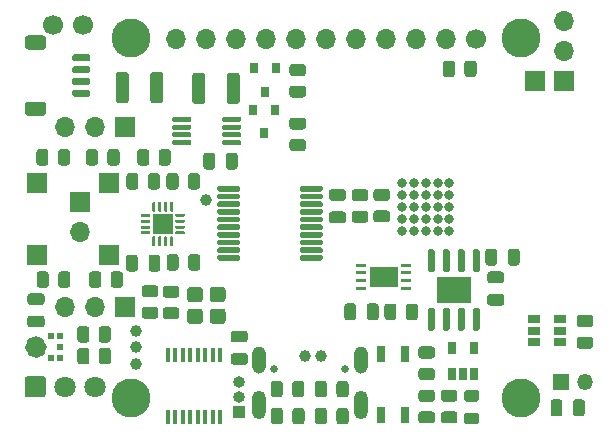
<source format=gts>
%TF.GenerationSoftware,KiCad,Pcbnew,5.1.10*%
%TF.CreationDate,2021-05-20T00:00:10+01:00*%
%TF.ProjectId,watch2-without-led-tab,77617463-6832-42d7-9769-74686f75742d,rev?*%
%TF.SameCoordinates,Original*%
%TF.FileFunction,Soldermask,Top*%
%TF.FilePolarity,Negative*%
%FSLAX46Y46*%
G04 Gerber Fmt 4.6, Leading zero omitted, Abs format (unit mm)*
G04 Created by KiCad (PCBNEW 5.1.10) date 2021-05-20 00:00:10*
%MOMM*%
%LPD*%
G01*
G04 APERTURE LIST*
%ADD10C,0.912000*%
%ADD11C,1.000000*%
%ADD12O,1.700000X1.700000*%
%ADD13R,1.700000X1.700000*%
%ADD14O,1.200000X2.400000*%
%ADD15O,1.158000X2.316000*%
%ADD16C,0.630000*%
%ADD17C,0.600000*%
%ADD18C,0.800000*%
%ADD19R,0.700000X1.450000*%
%ADD20R,2.400000X1.800000*%
%ADD21R,0.800000X0.900000*%
%ADD22C,3.301600*%
%ADD23R,1.350000X1.350000*%
%ADD24O,1.350000X1.350000*%
%ADD25R,1.000000X1.000000*%
%ADD26O,1.000000X1.000000*%
%ADD27C,1.700000*%
%ADD28R,1.800000X1.800000*%
%ADD29R,0.522000X0.600000*%
%ADD30R,0.400000X1.200000*%
%ADD31R,0.650000X1.060000*%
%ADD32R,1.060000X0.650000*%
%ADD33R,3.000000X2.290000*%
%ADD34C,1.800000*%
G04 APERTURE END LIST*
D10*
%TO.C,MK1*%
X129551500Y-113855500D02*
G75*
G03*
X129551500Y-113855500I-456000J0D01*
G01*
%TD*%
D11*
%TO.C,D+*%
X153263600Y-114604800D03*
%TD*%
%TO.C,D-*%
X151892000Y-114604800D03*
%TD*%
%TO.C,DOUT*%
X143459200Y-101371400D03*
%TD*%
%TO.C,BLK*%
X137591800Y-115265200D03*
%TD*%
%TO.C,LRC*%
X137591800Y-113868200D03*
%TD*%
%TO.C,DIN*%
X137591800Y-112471200D03*
%TD*%
D12*
%TO.C,Speaker*%
X132842000Y-104140000D03*
D13*
X132842000Y-101600000D03*
%TD*%
%TO.C,REF\u002A\u002A*%
X171323000Y-91313000D03*
%TD*%
%TO.C,REF\u002A\u002A*%
X173799500Y-91313000D03*
D12*
X173799500Y-88773000D03*
X173799500Y-86233000D03*
%TD*%
%TO.C,R31*%
G36*
G01*
X145237500Y-93023001D02*
X145237500Y-90872999D01*
G75*
G02*
X145487499Y-90623000I249999J0D01*
G01*
X146112501Y-90623000D01*
G75*
G02*
X146362500Y-90872999I0J-249999D01*
G01*
X146362500Y-93023001D01*
G75*
G02*
X146112501Y-93273000I-249999J0D01*
G01*
X145487499Y-93273000D01*
G75*
G02*
X145237500Y-93023001I0J249999D01*
G01*
G37*
G36*
G01*
X142312500Y-93023001D02*
X142312500Y-90872999D01*
G75*
G02*
X142562499Y-90623000I249999J0D01*
G01*
X143187501Y-90623000D01*
G75*
G02*
X143437500Y-90872999I0J-249999D01*
G01*
X143437500Y-93023001D01*
G75*
G02*
X143187501Y-93273000I-249999J0D01*
G01*
X142562499Y-93273000D01*
G75*
G02*
X142312500Y-93023001I0J249999D01*
G01*
G37*
%TD*%
%TO.C,R28*%
G36*
G01*
X138758500Y-92959501D02*
X138758500Y-90809499D01*
G75*
G02*
X139008499Y-90559500I249999J0D01*
G01*
X139633501Y-90559500D01*
G75*
G02*
X139883500Y-90809499I0J-249999D01*
G01*
X139883500Y-92959501D01*
G75*
G02*
X139633501Y-93209500I-249999J0D01*
G01*
X139008499Y-93209500D01*
G75*
G02*
X138758500Y-92959501I0J249999D01*
G01*
G37*
G36*
G01*
X135833500Y-92959501D02*
X135833500Y-90809499D01*
G75*
G02*
X136083499Y-90559500I249999J0D01*
G01*
X136708501Y-90559500D01*
G75*
G02*
X136958500Y-90809499I0J-249999D01*
G01*
X136958500Y-92959501D01*
G75*
G02*
X136708501Y-93209500I-249999J0D01*
G01*
X136083499Y-93209500D01*
G75*
G02*
X135833500Y-92959501I0J249999D01*
G01*
G37*
%TD*%
D14*
%TO.C,J1*%
X147953000Y-118797000D03*
X156593000Y-118797000D03*
D15*
X147953000Y-114972000D03*
X156593000Y-114972000D03*
D16*
X155273000Y-115697000D03*
X149273000Y-115697000D03*
D17*
X149273000Y-115697000D03*
%TD*%
%TO.C,R10*%
G36*
G01*
X164534001Y-118495500D02*
X163633999Y-118495500D01*
G75*
G02*
X163384000Y-118245501I0J249999D01*
G01*
X163384000Y-117720499D01*
G75*
G02*
X163633999Y-117470500I249999J0D01*
G01*
X164534001Y-117470500D01*
G75*
G02*
X164784000Y-117720499I0J-249999D01*
G01*
X164784000Y-118245501D01*
G75*
G02*
X164534001Y-118495500I-249999J0D01*
G01*
G37*
G36*
G01*
X164534001Y-120320500D02*
X163633999Y-120320500D01*
G75*
G02*
X163384000Y-120070501I0J249999D01*
G01*
X163384000Y-119545499D01*
G75*
G02*
X163633999Y-119295500I249999J0D01*
G01*
X164534001Y-119295500D01*
G75*
G02*
X164784000Y-119545499I0J-249999D01*
G01*
X164784000Y-120070501D01*
G75*
G02*
X164534001Y-120320500I-249999J0D01*
G01*
G37*
%TD*%
D18*
%TO.C,U7*%
X164106000Y-100000000D03*
X163106000Y-100000000D03*
X162106000Y-100000000D03*
X161106000Y-100000000D03*
X160106000Y-100000000D03*
X164106000Y-102000000D03*
X163106000Y-102000000D03*
X162106000Y-102000000D03*
X161106000Y-102000000D03*
X160106000Y-102000000D03*
X160106000Y-101000000D03*
X161106000Y-101000000D03*
X162106000Y-101000000D03*
X163106000Y-101000000D03*
X164106000Y-101000000D03*
X164106000Y-103000000D03*
X163106000Y-103000000D03*
X162106000Y-103000000D03*
X161106000Y-103000000D03*
X160106000Y-103000000D03*
X160106000Y-104000000D03*
X161106000Y-104000000D03*
X162106000Y-104000000D03*
X163106000Y-104000000D03*
X164106000Y-104000000D03*
%TD*%
D19*
%TO.C,SW2*%
X160321500Y-119610500D03*
X160321500Y-114450500D03*
X158321500Y-114450500D03*
X158321500Y-119610500D03*
%TD*%
%TO.C,U3*%
G36*
G01*
X160874500Y-108804500D02*
X160874500Y-108929500D01*
G75*
G02*
X160812000Y-108992000I-62500J0D01*
G01*
X160037000Y-108992000D01*
G75*
G02*
X159974500Y-108929500I0J62500D01*
G01*
X159974500Y-108804500D01*
G75*
G02*
X160037000Y-108742000I62500J0D01*
G01*
X160812000Y-108742000D01*
G75*
G02*
X160874500Y-108804500I0J-62500D01*
G01*
G37*
G36*
G01*
X160874500Y-108154500D02*
X160874500Y-108279500D01*
G75*
G02*
X160812000Y-108342000I-62500J0D01*
G01*
X160037000Y-108342000D01*
G75*
G02*
X159974500Y-108279500I0J62500D01*
G01*
X159974500Y-108154500D01*
G75*
G02*
X160037000Y-108092000I62500J0D01*
G01*
X160812000Y-108092000D01*
G75*
G02*
X160874500Y-108154500I0J-62500D01*
G01*
G37*
G36*
G01*
X160874500Y-107504500D02*
X160874500Y-107629500D01*
G75*
G02*
X160812000Y-107692000I-62500J0D01*
G01*
X160037000Y-107692000D01*
G75*
G02*
X159974500Y-107629500I0J62500D01*
G01*
X159974500Y-107504500D01*
G75*
G02*
X160037000Y-107442000I62500J0D01*
G01*
X160812000Y-107442000D01*
G75*
G02*
X160874500Y-107504500I0J-62500D01*
G01*
G37*
G36*
G01*
X160874500Y-106854500D02*
X160874500Y-106979500D01*
G75*
G02*
X160812000Y-107042000I-62500J0D01*
G01*
X160037000Y-107042000D01*
G75*
G02*
X159974500Y-106979500I0J62500D01*
G01*
X159974500Y-106854500D01*
G75*
G02*
X160037000Y-106792000I62500J0D01*
G01*
X160812000Y-106792000D01*
G75*
G02*
X160874500Y-106854500I0J-62500D01*
G01*
G37*
G36*
G01*
X157074500Y-106854500D02*
X157074500Y-106979500D01*
G75*
G02*
X157012000Y-107042000I-62500J0D01*
G01*
X156237000Y-107042000D01*
G75*
G02*
X156174500Y-106979500I0J62500D01*
G01*
X156174500Y-106854500D01*
G75*
G02*
X156237000Y-106792000I62500J0D01*
G01*
X157012000Y-106792000D01*
G75*
G02*
X157074500Y-106854500I0J-62500D01*
G01*
G37*
G36*
G01*
X157074500Y-107504500D02*
X157074500Y-107629500D01*
G75*
G02*
X157012000Y-107692000I-62500J0D01*
G01*
X156237000Y-107692000D01*
G75*
G02*
X156174500Y-107629500I0J62500D01*
G01*
X156174500Y-107504500D01*
G75*
G02*
X156237000Y-107442000I62500J0D01*
G01*
X157012000Y-107442000D01*
G75*
G02*
X157074500Y-107504500I0J-62500D01*
G01*
G37*
G36*
G01*
X157074500Y-108154500D02*
X157074500Y-108279500D01*
G75*
G02*
X157012000Y-108342000I-62500J0D01*
G01*
X156237000Y-108342000D01*
G75*
G02*
X156174500Y-108279500I0J62500D01*
G01*
X156174500Y-108154500D01*
G75*
G02*
X156237000Y-108092000I62500J0D01*
G01*
X157012000Y-108092000D01*
G75*
G02*
X157074500Y-108154500I0J-62500D01*
G01*
G37*
G36*
G01*
X157074500Y-108804500D02*
X157074500Y-108929500D01*
G75*
G02*
X157012000Y-108992000I-62500J0D01*
G01*
X156237000Y-108992000D01*
G75*
G02*
X156174500Y-108929500I0J62500D01*
G01*
X156174500Y-108804500D01*
G75*
G02*
X156237000Y-108742000I62500J0D01*
G01*
X157012000Y-108742000D01*
G75*
G02*
X157074500Y-108804500I0J-62500D01*
G01*
G37*
D20*
X158524500Y-107892000D03*
%TD*%
%TO.C,R15*%
G36*
G01*
X160420000Y-111321001D02*
X160420000Y-110420999D01*
G75*
G02*
X160669999Y-110171000I249999J0D01*
G01*
X161195001Y-110171000D01*
G75*
G02*
X161445000Y-110420999I0J-249999D01*
G01*
X161445000Y-111321001D01*
G75*
G02*
X161195001Y-111571000I-249999J0D01*
G01*
X160669999Y-111571000D01*
G75*
G02*
X160420000Y-111321001I0J249999D01*
G01*
G37*
G36*
G01*
X158595000Y-111321001D02*
X158595000Y-110420999D01*
G75*
G02*
X158844999Y-110171000I249999J0D01*
G01*
X159370001Y-110171000D01*
G75*
G02*
X159620000Y-110420999I0J-249999D01*
G01*
X159620000Y-111321001D01*
G75*
G02*
X159370001Y-111571000I-249999J0D01*
G01*
X158844999Y-111571000D01*
G75*
G02*
X158595000Y-111321001I0J249999D01*
G01*
G37*
%TD*%
%TO.C,C3*%
G36*
G01*
X156204500Y-110396000D02*
X156204500Y-111346000D01*
G75*
G02*
X155954500Y-111596000I-250000J0D01*
G01*
X155454500Y-111596000D01*
G75*
G02*
X155204500Y-111346000I0J250000D01*
G01*
X155204500Y-110396000D01*
G75*
G02*
X155454500Y-110146000I250000J0D01*
G01*
X155954500Y-110146000D01*
G75*
G02*
X156204500Y-110396000I0J-250000D01*
G01*
G37*
G36*
G01*
X158104500Y-110396000D02*
X158104500Y-111346000D01*
G75*
G02*
X157854500Y-111596000I-250000J0D01*
G01*
X157354500Y-111596000D01*
G75*
G02*
X157104500Y-111346000I0J250000D01*
G01*
X157104500Y-110396000D01*
G75*
G02*
X157354500Y-110146000I250000J0D01*
G01*
X157854500Y-110146000D01*
G75*
G02*
X158104500Y-110396000I0J-250000D01*
G01*
G37*
%TD*%
%TO.C,U10*%
G36*
G01*
X142256500Y-96435000D02*
X142256500Y-96635000D01*
G75*
G02*
X142156500Y-96735000I-100000J0D01*
G01*
X140731500Y-96735000D01*
G75*
G02*
X140631500Y-96635000I0J100000D01*
G01*
X140631500Y-96435000D01*
G75*
G02*
X140731500Y-96335000I100000J0D01*
G01*
X142156500Y-96335000D01*
G75*
G02*
X142256500Y-96435000I0J-100000D01*
G01*
G37*
G36*
G01*
X142256500Y-95785000D02*
X142256500Y-95985000D01*
G75*
G02*
X142156500Y-96085000I-100000J0D01*
G01*
X140731500Y-96085000D01*
G75*
G02*
X140631500Y-95985000I0J100000D01*
G01*
X140631500Y-95785000D01*
G75*
G02*
X140731500Y-95685000I100000J0D01*
G01*
X142156500Y-95685000D01*
G75*
G02*
X142256500Y-95785000I0J-100000D01*
G01*
G37*
G36*
G01*
X142256500Y-95135000D02*
X142256500Y-95335000D01*
G75*
G02*
X142156500Y-95435000I-100000J0D01*
G01*
X140731500Y-95435000D01*
G75*
G02*
X140631500Y-95335000I0J100000D01*
G01*
X140631500Y-95135000D01*
G75*
G02*
X140731500Y-95035000I100000J0D01*
G01*
X142156500Y-95035000D01*
G75*
G02*
X142256500Y-95135000I0J-100000D01*
G01*
G37*
G36*
G01*
X142256500Y-94485000D02*
X142256500Y-94685000D01*
G75*
G02*
X142156500Y-94785000I-100000J0D01*
G01*
X140731500Y-94785000D01*
G75*
G02*
X140631500Y-94685000I0J100000D01*
G01*
X140631500Y-94485000D01*
G75*
G02*
X140731500Y-94385000I100000J0D01*
G01*
X142156500Y-94385000D01*
G75*
G02*
X142256500Y-94485000I0J-100000D01*
G01*
G37*
G36*
G01*
X146481500Y-94485000D02*
X146481500Y-94685000D01*
G75*
G02*
X146381500Y-94785000I-100000J0D01*
G01*
X144956500Y-94785000D01*
G75*
G02*
X144856500Y-94685000I0J100000D01*
G01*
X144856500Y-94485000D01*
G75*
G02*
X144956500Y-94385000I100000J0D01*
G01*
X146381500Y-94385000D01*
G75*
G02*
X146481500Y-94485000I0J-100000D01*
G01*
G37*
G36*
G01*
X146481500Y-95135000D02*
X146481500Y-95335000D01*
G75*
G02*
X146381500Y-95435000I-100000J0D01*
G01*
X144956500Y-95435000D01*
G75*
G02*
X144856500Y-95335000I0J100000D01*
G01*
X144856500Y-95135000D01*
G75*
G02*
X144956500Y-95035000I100000J0D01*
G01*
X146381500Y-95035000D01*
G75*
G02*
X146481500Y-95135000I0J-100000D01*
G01*
G37*
G36*
G01*
X146481500Y-95785000D02*
X146481500Y-95985000D01*
G75*
G02*
X146381500Y-96085000I-100000J0D01*
G01*
X144956500Y-96085000D01*
G75*
G02*
X144856500Y-95985000I0J100000D01*
G01*
X144856500Y-95785000D01*
G75*
G02*
X144956500Y-95685000I100000J0D01*
G01*
X146381500Y-95685000D01*
G75*
G02*
X146481500Y-95785000I0J-100000D01*
G01*
G37*
G36*
G01*
X146481500Y-96435000D02*
X146481500Y-96635000D01*
G75*
G02*
X146381500Y-96735000I-100000J0D01*
G01*
X144956500Y-96735000D01*
G75*
G02*
X144856500Y-96635000I0J100000D01*
G01*
X144856500Y-96435000D01*
G75*
G02*
X144956500Y-96335000I100000J0D01*
G01*
X146381500Y-96335000D01*
G75*
G02*
X146481500Y-96435000I0J-100000D01*
G01*
G37*
%TD*%
%TO.C,C9*%
G36*
G01*
X144266500Y-97632500D02*
X144266500Y-98582500D01*
G75*
G02*
X144016500Y-98832500I-250000J0D01*
G01*
X143516500Y-98832500D01*
G75*
G02*
X143266500Y-98582500I0J250000D01*
G01*
X143266500Y-97632500D01*
G75*
G02*
X143516500Y-97382500I250000J0D01*
G01*
X144016500Y-97382500D01*
G75*
G02*
X144266500Y-97632500I0J-250000D01*
G01*
G37*
G36*
G01*
X146166500Y-97632500D02*
X146166500Y-98582500D01*
G75*
G02*
X145916500Y-98832500I-250000J0D01*
G01*
X145416500Y-98832500D01*
G75*
G02*
X145166500Y-98582500I0J250000D01*
G01*
X145166500Y-97632500D01*
G75*
G02*
X145416500Y-97382500I250000J0D01*
G01*
X145916500Y-97382500D01*
G75*
G02*
X146166500Y-97632500I0J-250000D01*
G01*
G37*
%TD*%
D21*
%TO.C,Q3*%
X148399500Y-95742000D03*
X147449500Y-93742000D03*
X149349500Y-93742000D03*
%TD*%
%TO.C,Q2*%
X149413000Y-90249500D03*
X147513000Y-90249500D03*
X148463000Y-92249500D03*
%TD*%
%TO.C,R32*%
G36*
G01*
X150806998Y-91713000D02*
X151707002Y-91713000D01*
G75*
G02*
X151957000Y-91962998I0J-249998D01*
G01*
X151957000Y-92488002D01*
G75*
G02*
X151707002Y-92738000I-249998J0D01*
G01*
X150806998Y-92738000D01*
G75*
G02*
X150557000Y-92488002I0J249998D01*
G01*
X150557000Y-91962998D01*
G75*
G02*
X150806998Y-91713000I249998J0D01*
G01*
G37*
G36*
G01*
X150806998Y-89888000D02*
X151707002Y-89888000D01*
G75*
G02*
X151957000Y-90137998I0J-249998D01*
G01*
X151957000Y-90663002D01*
G75*
G02*
X151707002Y-90913000I-249998J0D01*
G01*
X150806998Y-90913000D01*
G75*
G02*
X150557000Y-90663002I0J249998D01*
G01*
X150557000Y-90137998D01*
G75*
G02*
X150806998Y-89888000I249998J0D01*
G01*
G37*
%TD*%
D13*
%TO.C,J4*%
X136652000Y-95250000D03*
D12*
X134112000Y-95250000D03*
X131572000Y-95250000D03*
%TD*%
%TO.C,J2*%
G36*
G01*
X132312000Y-89068500D02*
X133562000Y-89068500D01*
G75*
G02*
X133712000Y-89218500I0J-150000D01*
G01*
X133712000Y-89518500D01*
G75*
G02*
X133562000Y-89668500I-150000J0D01*
G01*
X132312000Y-89668500D01*
G75*
G02*
X132162000Y-89518500I0J150000D01*
G01*
X132162000Y-89218500D01*
G75*
G02*
X132312000Y-89068500I150000J0D01*
G01*
G37*
G36*
G01*
X132312000Y-90068500D02*
X133562000Y-90068500D01*
G75*
G02*
X133712000Y-90218500I0J-150000D01*
G01*
X133712000Y-90518500D01*
G75*
G02*
X133562000Y-90668500I-150000J0D01*
G01*
X132312000Y-90668500D01*
G75*
G02*
X132162000Y-90518500I0J150000D01*
G01*
X132162000Y-90218500D01*
G75*
G02*
X132312000Y-90068500I150000J0D01*
G01*
G37*
G36*
G01*
X132312000Y-91068500D02*
X133562000Y-91068500D01*
G75*
G02*
X133712000Y-91218500I0J-150000D01*
G01*
X133712000Y-91518500D01*
G75*
G02*
X133562000Y-91668500I-150000J0D01*
G01*
X132312000Y-91668500D01*
G75*
G02*
X132162000Y-91518500I0J150000D01*
G01*
X132162000Y-91218500D01*
G75*
G02*
X132312000Y-91068500I150000J0D01*
G01*
G37*
G36*
G01*
X132312000Y-92068500D02*
X133562000Y-92068500D01*
G75*
G02*
X133712000Y-92218500I0J-150000D01*
G01*
X133712000Y-92518500D01*
G75*
G02*
X133562000Y-92668500I-150000J0D01*
G01*
X132312000Y-92668500D01*
G75*
G02*
X132162000Y-92518500I0J150000D01*
G01*
X132162000Y-92218500D01*
G75*
G02*
X132312000Y-92068500I150000J0D01*
G01*
G37*
G36*
G01*
X128411999Y-87468500D02*
X129712001Y-87468500D01*
G75*
G02*
X129962000Y-87718499I0J-249999D01*
G01*
X129962000Y-88418501D01*
G75*
G02*
X129712001Y-88668500I-249999J0D01*
G01*
X128411999Y-88668500D01*
G75*
G02*
X128162000Y-88418501I0J249999D01*
G01*
X128162000Y-87718499D01*
G75*
G02*
X128411999Y-87468500I249999J0D01*
G01*
G37*
G36*
G01*
X128411999Y-93068500D02*
X129712001Y-93068500D01*
G75*
G02*
X129962000Y-93318499I0J-249999D01*
G01*
X129962000Y-94018501D01*
G75*
G02*
X129712001Y-94268500I-249999J0D01*
G01*
X128411999Y-94268500D01*
G75*
G02*
X128162000Y-94018501I0J249999D01*
G01*
X128162000Y-93318499D01*
G75*
G02*
X128411999Y-93068500I249999J0D01*
G01*
G37*
%TD*%
%TO.C,U6*%
G36*
G01*
X146357500Y-106178000D02*
X146357500Y-106428000D01*
G75*
G02*
X146232500Y-106553000I-125000J0D01*
G01*
X144582500Y-106553000D01*
G75*
G02*
X144457500Y-106428000I0J125000D01*
G01*
X144457500Y-106178000D01*
G75*
G02*
X144582500Y-106053000I125000J0D01*
G01*
X146232500Y-106053000D01*
G75*
G02*
X146357500Y-106178000I0J-125000D01*
G01*
G37*
G36*
G01*
X146357500Y-105528000D02*
X146357500Y-105778000D01*
G75*
G02*
X146232500Y-105903000I-125000J0D01*
G01*
X144582500Y-105903000D01*
G75*
G02*
X144457500Y-105778000I0J125000D01*
G01*
X144457500Y-105528000D01*
G75*
G02*
X144582500Y-105403000I125000J0D01*
G01*
X146232500Y-105403000D01*
G75*
G02*
X146357500Y-105528000I0J-125000D01*
G01*
G37*
G36*
G01*
X146357500Y-104878000D02*
X146357500Y-105128000D01*
G75*
G02*
X146232500Y-105253000I-125000J0D01*
G01*
X144582500Y-105253000D01*
G75*
G02*
X144457500Y-105128000I0J125000D01*
G01*
X144457500Y-104878000D01*
G75*
G02*
X144582500Y-104753000I125000J0D01*
G01*
X146232500Y-104753000D01*
G75*
G02*
X146357500Y-104878000I0J-125000D01*
G01*
G37*
G36*
G01*
X146357500Y-104228000D02*
X146357500Y-104478000D01*
G75*
G02*
X146232500Y-104603000I-125000J0D01*
G01*
X144582500Y-104603000D01*
G75*
G02*
X144457500Y-104478000I0J125000D01*
G01*
X144457500Y-104228000D01*
G75*
G02*
X144582500Y-104103000I125000J0D01*
G01*
X146232500Y-104103000D01*
G75*
G02*
X146357500Y-104228000I0J-125000D01*
G01*
G37*
G36*
G01*
X146357500Y-103578000D02*
X146357500Y-103828000D01*
G75*
G02*
X146232500Y-103953000I-125000J0D01*
G01*
X144582500Y-103953000D01*
G75*
G02*
X144457500Y-103828000I0J125000D01*
G01*
X144457500Y-103578000D01*
G75*
G02*
X144582500Y-103453000I125000J0D01*
G01*
X146232500Y-103453000D01*
G75*
G02*
X146357500Y-103578000I0J-125000D01*
G01*
G37*
G36*
G01*
X146357500Y-102928000D02*
X146357500Y-103178000D01*
G75*
G02*
X146232500Y-103303000I-125000J0D01*
G01*
X144582500Y-103303000D01*
G75*
G02*
X144457500Y-103178000I0J125000D01*
G01*
X144457500Y-102928000D01*
G75*
G02*
X144582500Y-102803000I125000J0D01*
G01*
X146232500Y-102803000D01*
G75*
G02*
X146357500Y-102928000I0J-125000D01*
G01*
G37*
G36*
G01*
X146357500Y-102278000D02*
X146357500Y-102528000D01*
G75*
G02*
X146232500Y-102653000I-125000J0D01*
G01*
X144582500Y-102653000D01*
G75*
G02*
X144457500Y-102528000I0J125000D01*
G01*
X144457500Y-102278000D01*
G75*
G02*
X144582500Y-102153000I125000J0D01*
G01*
X146232500Y-102153000D01*
G75*
G02*
X146357500Y-102278000I0J-125000D01*
G01*
G37*
G36*
G01*
X146357500Y-101628000D02*
X146357500Y-101878000D01*
G75*
G02*
X146232500Y-102003000I-125000J0D01*
G01*
X144582500Y-102003000D01*
G75*
G02*
X144457500Y-101878000I0J125000D01*
G01*
X144457500Y-101628000D01*
G75*
G02*
X144582500Y-101503000I125000J0D01*
G01*
X146232500Y-101503000D01*
G75*
G02*
X146357500Y-101628000I0J-125000D01*
G01*
G37*
G36*
G01*
X146357500Y-100978000D02*
X146357500Y-101228000D01*
G75*
G02*
X146232500Y-101353000I-125000J0D01*
G01*
X144582500Y-101353000D01*
G75*
G02*
X144457500Y-101228000I0J125000D01*
G01*
X144457500Y-100978000D01*
G75*
G02*
X144582500Y-100853000I125000J0D01*
G01*
X146232500Y-100853000D01*
G75*
G02*
X146357500Y-100978000I0J-125000D01*
G01*
G37*
G36*
G01*
X146357500Y-100328000D02*
X146357500Y-100578000D01*
G75*
G02*
X146232500Y-100703000I-125000J0D01*
G01*
X144582500Y-100703000D01*
G75*
G02*
X144457500Y-100578000I0J125000D01*
G01*
X144457500Y-100328000D01*
G75*
G02*
X144582500Y-100203000I125000J0D01*
G01*
X146232500Y-100203000D01*
G75*
G02*
X146357500Y-100328000I0J-125000D01*
G01*
G37*
G36*
G01*
X153357500Y-100328000D02*
X153357500Y-100578000D01*
G75*
G02*
X153232500Y-100703000I-125000J0D01*
G01*
X151582500Y-100703000D01*
G75*
G02*
X151457500Y-100578000I0J125000D01*
G01*
X151457500Y-100328000D01*
G75*
G02*
X151582500Y-100203000I125000J0D01*
G01*
X153232500Y-100203000D01*
G75*
G02*
X153357500Y-100328000I0J-125000D01*
G01*
G37*
G36*
G01*
X153357500Y-100978000D02*
X153357500Y-101228000D01*
G75*
G02*
X153232500Y-101353000I-125000J0D01*
G01*
X151582500Y-101353000D01*
G75*
G02*
X151457500Y-101228000I0J125000D01*
G01*
X151457500Y-100978000D01*
G75*
G02*
X151582500Y-100853000I125000J0D01*
G01*
X153232500Y-100853000D01*
G75*
G02*
X153357500Y-100978000I0J-125000D01*
G01*
G37*
G36*
G01*
X153357500Y-101628000D02*
X153357500Y-101878000D01*
G75*
G02*
X153232500Y-102003000I-125000J0D01*
G01*
X151582500Y-102003000D01*
G75*
G02*
X151457500Y-101878000I0J125000D01*
G01*
X151457500Y-101628000D01*
G75*
G02*
X151582500Y-101503000I125000J0D01*
G01*
X153232500Y-101503000D01*
G75*
G02*
X153357500Y-101628000I0J-125000D01*
G01*
G37*
G36*
G01*
X153357500Y-102278000D02*
X153357500Y-102528000D01*
G75*
G02*
X153232500Y-102653000I-125000J0D01*
G01*
X151582500Y-102653000D01*
G75*
G02*
X151457500Y-102528000I0J125000D01*
G01*
X151457500Y-102278000D01*
G75*
G02*
X151582500Y-102153000I125000J0D01*
G01*
X153232500Y-102153000D01*
G75*
G02*
X153357500Y-102278000I0J-125000D01*
G01*
G37*
G36*
G01*
X153357500Y-102928000D02*
X153357500Y-103178000D01*
G75*
G02*
X153232500Y-103303000I-125000J0D01*
G01*
X151582500Y-103303000D01*
G75*
G02*
X151457500Y-103178000I0J125000D01*
G01*
X151457500Y-102928000D01*
G75*
G02*
X151582500Y-102803000I125000J0D01*
G01*
X153232500Y-102803000D01*
G75*
G02*
X153357500Y-102928000I0J-125000D01*
G01*
G37*
G36*
G01*
X153357500Y-103578000D02*
X153357500Y-103828000D01*
G75*
G02*
X153232500Y-103953000I-125000J0D01*
G01*
X151582500Y-103953000D01*
G75*
G02*
X151457500Y-103828000I0J125000D01*
G01*
X151457500Y-103578000D01*
G75*
G02*
X151582500Y-103453000I125000J0D01*
G01*
X153232500Y-103453000D01*
G75*
G02*
X153357500Y-103578000I0J-125000D01*
G01*
G37*
G36*
G01*
X153357500Y-104228000D02*
X153357500Y-104478000D01*
G75*
G02*
X153232500Y-104603000I-125000J0D01*
G01*
X151582500Y-104603000D01*
G75*
G02*
X151457500Y-104478000I0J125000D01*
G01*
X151457500Y-104228000D01*
G75*
G02*
X151582500Y-104103000I125000J0D01*
G01*
X153232500Y-104103000D01*
G75*
G02*
X153357500Y-104228000I0J-125000D01*
G01*
G37*
G36*
G01*
X153357500Y-104878000D02*
X153357500Y-105128000D01*
G75*
G02*
X153232500Y-105253000I-125000J0D01*
G01*
X151582500Y-105253000D01*
G75*
G02*
X151457500Y-105128000I0J125000D01*
G01*
X151457500Y-104878000D01*
G75*
G02*
X151582500Y-104753000I125000J0D01*
G01*
X153232500Y-104753000D01*
G75*
G02*
X153357500Y-104878000I0J-125000D01*
G01*
G37*
G36*
G01*
X153357500Y-105528000D02*
X153357500Y-105778000D01*
G75*
G02*
X153232500Y-105903000I-125000J0D01*
G01*
X151582500Y-105903000D01*
G75*
G02*
X151457500Y-105778000I0J125000D01*
G01*
X151457500Y-105528000D01*
G75*
G02*
X151582500Y-105403000I125000J0D01*
G01*
X153232500Y-105403000D01*
G75*
G02*
X153357500Y-105528000I0J-125000D01*
G01*
G37*
G36*
G01*
X153357500Y-106178000D02*
X153357500Y-106428000D01*
G75*
G02*
X153232500Y-106553000I-125000J0D01*
G01*
X151582500Y-106553000D01*
G75*
G02*
X151457500Y-106428000I0J125000D01*
G01*
X151457500Y-106178000D01*
G75*
G02*
X151582500Y-106053000I125000J0D01*
G01*
X153232500Y-106053000D01*
G75*
G02*
X153357500Y-106178000I0J-125000D01*
G01*
G37*
%TD*%
D22*
%TO.C,U$7*%
X137134600Y-118198900D03*
%TD*%
%TO.C,U$8*%
X170154600Y-118198900D03*
%TD*%
%TO.C,U$9*%
X137134600Y-87718900D03*
%TD*%
%TO.C,U$10*%
X170154600Y-87718900D03*
%TD*%
D23*
%TO.C,BT1*%
X173577500Y-116840000D03*
D24*
X175577500Y-116840000D03*
%TD*%
%TO.C,C1*%
G36*
G01*
X145829000Y-112466500D02*
X146779000Y-112466500D01*
G75*
G02*
X147029000Y-112716500I0J-250000D01*
G01*
X147029000Y-113216500D01*
G75*
G02*
X146779000Y-113466500I-250000J0D01*
G01*
X145829000Y-113466500D01*
G75*
G02*
X145579000Y-113216500I0J250000D01*
G01*
X145579000Y-112716500D01*
G75*
G02*
X145829000Y-112466500I250000J0D01*
G01*
G37*
G36*
G01*
X145829000Y-114366500D02*
X146779000Y-114366500D01*
G75*
G02*
X147029000Y-114616500I0J-250000D01*
G01*
X147029000Y-115116500D01*
G75*
G02*
X146779000Y-115366500I-250000J0D01*
G01*
X145829000Y-115366500D01*
G75*
G02*
X145579000Y-115116500I0J250000D01*
G01*
X145579000Y-114616500D01*
G75*
G02*
X145829000Y-114366500I250000J0D01*
G01*
G37*
%TD*%
%TO.C,C2*%
G36*
G01*
X174567000Y-119474000D02*
X174567000Y-118524000D01*
G75*
G02*
X174817000Y-118274000I250000J0D01*
G01*
X175317000Y-118274000D01*
G75*
G02*
X175567000Y-118524000I0J-250000D01*
G01*
X175567000Y-119474000D01*
G75*
G02*
X175317000Y-119724000I-250000J0D01*
G01*
X174817000Y-119724000D01*
G75*
G02*
X174567000Y-119474000I0J250000D01*
G01*
G37*
G36*
G01*
X172667000Y-119474000D02*
X172667000Y-118524000D01*
G75*
G02*
X172917000Y-118274000I250000J0D01*
G01*
X173417000Y-118274000D01*
G75*
G02*
X173667000Y-118524000I0J-250000D01*
G01*
X173667000Y-119474000D01*
G75*
G02*
X173417000Y-119724000I-250000J0D01*
G01*
X172917000Y-119724000D01*
G75*
G02*
X172667000Y-119474000I0J250000D01*
G01*
G37*
%TD*%
%TO.C,C4*%
G36*
G01*
X167546000Y-107450000D02*
X168496000Y-107450000D01*
G75*
G02*
X168746000Y-107700000I0J-250000D01*
G01*
X168746000Y-108200000D01*
G75*
G02*
X168496000Y-108450000I-250000J0D01*
G01*
X167546000Y-108450000D01*
G75*
G02*
X167296000Y-108200000I0J250000D01*
G01*
X167296000Y-107700000D01*
G75*
G02*
X167546000Y-107450000I250000J0D01*
G01*
G37*
G36*
G01*
X167546000Y-109350000D02*
X168496000Y-109350000D01*
G75*
G02*
X168746000Y-109600000I0J-250000D01*
G01*
X168746000Y-110100000D01*
G75*
G02*
X168496000Y-110350000I-250000J0D01*
G01*
X167546000Y-110350000D01*
G75*
G02*
X167296000Y-110100000I0J250000D01*
G01*
X167296000Y-109600000D01*
G75*
G02*
X167546000Y-109350000I250000J0D01*
G01*
G37*
%TD*%
%TO.C,C5*%
G36*
G01*
X155097500Y-103367500D02*
X154147500Y-103367500D01*
G75*
G02*
X153897500Y-103117500I0J250000D01*
G01*
X153897500Y-102617500D01*
G75*
G02*
X154147500Y-102367500I250000J0D01*
G01*
X155097500Y-102367500D01*
G75*
G02*
X155347500Y-102617500I0J-250000D01*
G01*
X155347500Y-103117500D01*
G75*
G02*
X155097500Y-103367500I-250000J0D01*
G01*
G37*
G36*
G01*
X155097500Y-101467500D02*
X154147500Y-101467500D01*
G75*
G02*
X153897500Y-101217500I0J250000D01*
G01*
X153897500Y-100717500D01*
G75*
G02*
X154147500Y-100467500I250000J0D01*
G01*
X155097500Y-100467500D01*
G75*
G02*
X155347500Y-100717500I0J-250000D01*
G01*
X155347500Y-101217500D01*
G75*
G02*
X155097500Y-101467500I-250000J0D01*
G01*
G37*
%TD*%
%TO.C,C6*%
G36*
G01*
X169045000Y-106710500D02*
X169045000Y-105760500D01*
G75*
G02*
X169295000Y-105510500I250000J0D01*
G01*
X169795000Y-105510500D01*
G75*
G02*
X170045000Y-105760500I0J-250000D01*
G01*
X170045000Y-106710500D01*
G75*
G02*
X169795000Y-106960500I-250000J0D01*
G01*
X169295000Y-106960500D01*
G75*
G02*
X169045000Y-106710500I0J250000D01*
G01*
G37*
G36*
G01*
X167145000Y-106710500D02*
X167145000Y-105760500D01*
G75*
G02*
X167395000Y-105510500I250000J0D01*
G01*
X167895000Y-105510500D01*
G75*
G02*
X168145000Y-105760500I0J-250000D01*
G01*
X168145000Y-106710500D01*
G75*
G02*
X167895000Y-106960500I-250000J0D01*
G01*
X167395000Y-106960500D01*
G75*
G02*
X167145000Y-106710500I0J250000D01*
G01*
G37*
%TD*%
%TO.C,C7*%
G36*
G01*
X138623500Y-107218500D02*
X138623500Y-106268500D01*
G75*
G02*
X138873500Y-106018500I250000J0D01*
G01*
X139373500Y-106018500D01*
G75*
G02*
X139623500Y-106268500I0J-250000D01*
G01*
X139623500Y-107218500D01*
G75*
G02*
X139373500Y-107468500I-250000J0D01*
G01*
X138873500Y-107468500D01*
G75*
G02*
X138623500Y-107218500I0J250000D01*
G01*
G37*
G36*
G01*
X136723500Y-107218500D02*
X136723500Y-106268500D01*
G75*
G02*
X136973500Y-106018500I250000J0D01*
G01*
X137473500Y-106018500D01*
G75*
G02*
X137723500Y-106268500I0J-250000D01*
G01*
X137723500Y-107218500D01*
G75*
G02*
X137473500Y-107468500I-250000J0D01*
G01*
X136973500Y-107468500D01*
G75*
G02*
X136723500Y-107218500I0J250000D01*
G01*
G37*
%TD*%
%TO.C,C8*%
G36*
G01*
X129570500Y-112196500D02*
X128620500Y-112196500D01*
G75*
G02*
X128370500Y-111946500I0J250000D01*
G01*
X128370500Y-111446500D01*
G75*
G02*
X128620500Y-111196500I250000J0D01*
G01*
X129570500Y-111196500D01*
G75*
G02*
X129820500Y-111446500I0J-250000D01*
G01*
X129820500Y-111946500D01*
G75*
G02*
X129570500Y-112196500I-250000J0D01*
G01*
G37*
G36*
G01*
X129570500Y-110296500D02*
X128620500Y-110296500D01*
G75*
G02*
X128370500Y-110046500I0J250000D01*
G01*
X128370500Y-109546500D01*
G75*
G02*
X128620500Y-109296500I250000J0D01*
G01*
X129570500Y-109296500D01*
G75*
G02*
X129820500Y-109546500I0J-250000D01*
G01*
X129820500Y-110046500D01*
G75*
G02*
X129570500Y-110296500I-250000J0D01*
G01*
G37*
%TD*%
%TO.C,D1*%
G36*
G01*
X165531000Y-119408000D02*
X166447000Y-119408000D01*
G75*
G02*
X166639000Y-119600000I0J-192000D01*
G01*
X166639000Y-120216000D01*
G75*
G02*
X166447000Y-120408000I-192000J0D01*
G01*
X165531000Y-120408000D01*
G75*
G02*
X165339000Y-120216000I0J192000D01*
G01*
X165339000Y-119600000D01*
G75*
G02*
X165531000Y-119408000I192000J0D01*
G01*
G37*
G36*
G01*
X165531000Y-117483000D02*
X166447000Y-117483000D01*
G75*
G02*
X166639000Y-117675000I0J-192000D01*
G01*
X166639000Y-118291000D01*
G75*
G02*
X166447000Y-118483000I-192000J0D01*
G01*
X165531000Y-118483000D01*
G75*
G02*
X165339000Y-118291000I0J192000D01*
G01*
X165339000Y-117675000D01*
G75*
G02*
X165531000Y-117483000I192000J0D01*
G01*
G37*
%TD*%
%TO.C,D2*%
G36*
G01*
X141895000Y-109810501D02*
X141895000Y-109010499D01*
G75*
G02*
X142144999Y-108760500I249999J0D01*
G01*
X142970001Y-108760500D01*
G75*
G02*
X143220000Y-109010499I0J-249999D01*
G01*
X143220000Y-109810501D01*
G75*
G02*
X142970001Y-110060500I-249999J0D01*
G01*
X142144999Y-110060500D01*
G75*
G02*
X141895000Y-109810501I0J249999D01*
G01*
G37*
G36*
G01*
X143820000Y-109810501D02*
X143820000Y-109010499D01*
G75*
G02*
X144069999Y-108760500I249999J0D01*
G01*
X144895001Y-108760500D01*
G75*
G02*
X145145000Y-109010499I0J-249999D01*
G01*
X145145000Y-109810501D01*
G75*
G02*
X144895001Y-110060500I-249999J0D01*
G01*
X144069999Y-110060500D01*
G75*
G02*
X143820000Y-109810501I0J249999D01*
G01*
G37*
%TD*%
%TO.C,D3*%
G36*
G01*
X141895000Y-111652001D02*
X141895000Y-110851999D01*
G75*
G02*
X142144999Y-110602000I249999J0D01*
G01*
X142970001Y-110602000D01*
G75*
G02*
X143220000Y-110851999I0J-249999D01*
G01*
X143220000Y-111652001D01*
G75*
G02*
X142970001Y-111902000I-249999J0D01*
G01*
X142144999Y-111902000D01*
G75*
G02*
X141895000Y-111652001I0J249999D01*
G01*
G37*
G36*
G01*
X143820000Y-111652001D02*
X143820000Y-110851999D01*
G75*
G02*
X144069999Y-110602000I249999J0D01*
G01*
X144895001Y-110602000D01*
G75*
G02*
X145145000Y-110851999I0J-249999D01*
G01*
X145145000Y-111652001D01*
G75*
G02*
X144895001Y-111902000I-249999J0D01*
G01*
X144069999Y-111902000D01*
G75*
G02*
X143820000Y-111652001I0J249999D01*
G01*
G37*
%TD*%
D25*
%TO.C,J3*%
X146304000Y-119380000D03*
D26*
X146304000Y-118110000D03*
X146304000Y-116840000D03*
%TD*%
D12*
%TO.C,J5*%
X131572000Y-110490000D03*
X134112000Y-110490000D03*
D13*
X136652000Y-110490000D03*
%TD*%
D27*
%TO.C,J6*%
X166370000Y-87757000D03*
D12*
X163830000Y-87757000D03*
X161290000Y-87757000D03*
X158750000Y-87757000D03*
X156210000Y-87757000D03*
X153670000Y-87757000D03*
X151130000Y-87757000D03*
X148590000Y-87757000D03*
X146050000Y-87757000D03*
X143510000Y-87757000D03*
X140970000Y-87757000D03*
%TD*%
D27*
%TO.C,J7*%
X130556000Y-86550500D03*
X133096000Y-86550500D03*
%TD*%
D28*
%TO.C,LS1*%
X135309000Y-99922000D03*
X129159000Y-99922000D03*
X129159000Y-106072000D03*
X135309000Y-106072000D03*
%TD*%
D18*
%TO.C,MK1*%
X129095500Y-113855500D03*
D29*
X130347500Y-114755500D03*
X131169500Y-114755500D03*
X131169500Y-113855500D03*
X131169500Y-112955500D03*
X130347500Y-112955500D03*
%TD*%
%TO.C,R1*%
G36*
G01*
X164573000Y-89846998D02*
X164573000Y-90747002D01*
G75*
G02*
X164323002Y-90997000I-249998J0D01*
G01*
X163797998Y-90997000D01*
G75*
G02*
X163548000Y-90747002I0J249998D01*
G01*
X163548000Y-89846998D01*
G75*
G02*
X163797998Y-89597000I249998J0D01*
G01*
X164323002Y-89597000D01*
G75*
G02*
X164573000Y-89846998I0J-249998D01*
G01*
G37*
G36*
G01*
X166398000Y-89846998D02*
X166398000Y-90747002D01*
G75*
G02*
X166148002Y-90997000I-249998J0D01*
G01*
X165622998Y-90997000D01*
G75*
G02*
X165373000Y-90747002I0J249998D01*
G01*
X165373000Y-89846998D01*
G75*
G02*
X165622998Y-89597000I249998J0D01*
G01*
X166148002Y-89597000D01*
G75*
G02*
X166398000Y-89846998I0J-249998D01*
G01*
G37*
%TD*%
%TO.C,R2*%
G36*
G01*
X156077498Y-100492500D02*
X156977502Y-100492500D01*
G75*
G02*
X157227500Y-100742498I0J-249998D01*
G01*
X157227500Y-101267502D01*
G75*
G02*
X156977502Y-101517500I-249998J0D01*
G01*
X156077498Y-101517500D01*
G75*
G02*
X155827500Y-101267502I0J249998D01*
G01*
X155827500Y-100742498D01*
G75*
G02*
X156077498Y-100492500I249998J0D01*
G01*
G37*
G36*
G01*
X156077498Y-102317500D02*
X156977502Y-102317500D01*
G75*
G02*
X157227500Y-102567498I0J-249998D01*
G01*
X157227500Y-103092502D01*
G75*
G02*
X156977502Y-103342500I-249998J0D01*
G01*
X156077498Y-103342500D01*
G75*
G02*
X155827500Y-103092502I0J249998D01*
G01*
X155827500Y-102567498D01*
G75*
G02*
X156077498Y-102317500I249998J0D01*
G01*
G37*
%TD*%
%TO.C,R3*%
G36*
G01*
X157918998Y-102277500D02*
X158819002Y-102277500D01*
G75*
G02*
X159069000Y-102527498I0J-249998D01*
G01*
X159069000Y-103052502D01*
G75*
G02*
X158819002Y-103302500I-249998J0D01*
G01*
X157918998Y-103302500D01*
G75*
G02*
X157669000Y-103052502I0J249998D01*
G01*
X157669000Y-102527498D01*
G75*
G02*
X157918998Y-102277500I249998J0D01*
G01*
G37*
G36*
G01*
X157918998Y-100452500D02*
X158819002Y-100452500D01*
G75*
G02*
X159069000Y-100702498I0J-249998D01*
G01*
X159069000Y-101227502D01*
G75*
G02*
X158819002Y-101477500I-249998J0D01*
G01*
X157918998Y-101477500D01*
G75*
G02*
X157669000Y-101227502I0J249998D01*
G01*
X157669000Y-100702498D01*
G75*
G02*
X157918998Y-100452500I249998J0D01*
G01*
G37*
%TD*%
%TO.C,R4*%
G36*
G01*
X150791500Y-117861502D02*
X150791500Y-116961498D01*
G75*
G02*
X151041498Y-116711500I249998J0D01*
G01*
X151566502Y-116711500D01*
G75*
G02*
X151816500Y-116961498I0J-249998D01*
G01*
X151816500Y-117861502D01*
G75*
G02*
X151566502Y-118111500I-249998J0D01*
G01*
X151041498Y-118111500D01*
G75*
G02*
X150791500Y-117861502I0J249998D01*
G01*
G37*
G36*
G01*
X148966500Y-117861502D02*
X148966500Y-116961498D01*
G75*
G02*
X149216498Y-116711500I249998J0D01*
G01*
X149741502Y-116711500D01*
G75*
G02*
X149991500Y-116961498I0J-249998D01*
G01*
X149991500Y-117861502D01*
G75*
G02*
X149741502Y-118111500I-249998J0D01*
G01*
X149216498Y-118111500D01*
G75*
G02*
X148966500Y-117861502I0J249998D01*
G01*
G37*
%TD*%
%TO.C,R5*%
G36*
G01*
X148983000Y-120147502D02*
X148983000Y-119247498D01*
G75*
G02*
X149232998Y-118997500I249998J0D01*
G01*
X149758002Y-118997500D01*
G75*
G02*
X150008000Y-119247498I0J-249998D01*
G01*
X150008000Y-120147502D01*
G75*
G02*
X149758002Y-120397500I-249998J0D01*
G01*
X149232998Y-120397500D01*
G75*
G02*
X148983000Y-120147502I0J249998D01*
G01*
G37*
G36*
G01*
X150808000Y-120147502D02*
X150808000Y-119247498D01*
G75*
G02*
X151057998Y-118997500I249998J0D01*
G01*
X151583002Y-118997500D01*
G75*
G02*
X151833000Y-119247498I0J-249998D01*
G01*
X151833000Y-120147502D01*
G75*
G02*
X151583002Y-120397500I-249998J0D01*
G01*
X151057998Y-120397500D01*
G75*
G02*
X150808000Y-120147502I0J249998D01*
G01*
G37*
%TD*%
%TO.C,R6*%
G36*
G01*
X161728998Y-117470500D02*
X162629002Y-117470500D01*
G75*
G02*
X162879000Y-117720498I0J-249998D01*
G01*
X162879000Y-118245502D01*
G75*
G02*
X162629002Y-118495500I-249998J0D01*
G01*
X161728998Y-118495500D01*
G75*
G02*
X161479000Y-118245502I0J249998D01*
G01*
X161479000Y-117720498D01*
G75*
G02*
X161728998Y-117470500I249998J0D01*
G01*
G37*
G36*
G01*
X161728998Y-119295500D02*
X162629002Y-119295500D01*
G75*
G02*
X162879000Y-119545498I0J-249998D01*
G01*
X162879000Y-120070502D01*
G75*
G02*
X162629002Y-120320500I-249998J0D01*
G01*
X161728998Y-120320500D01*
G75*
G02*
X161479000Y-120070502I0J249998D01*
G01*
X161479000Y-119545498D01*
G75*
G02*
X161728998Y-119295500I249998J0D01*
G01*
G37*
%TD*%
%TO.C,R7*%
G36*
G01*
X153738000Y-116961498D02*
X153738000Y-117861502D01*
G75*
G02*
X153488002Y-118111500I-249998J0D01*
G01*
X152962998Y-118111500D01*
G75*
G02*
X152713000Y-117861502I0J249998D01*
G01*
X152713000Y-116961498D01*
G75*
G02*
X152962998Y-116711500I249998J0D01*
G01*
X153488002Y-116711500D01*
G75*
G02*
X153738000Y-116961498I0J-249998D01*
G01*
G37*
G36*
G01*
X155563000Y-116961498D02*
X155563000Y-117861502D01*
G75*
G02*
X155313002Y-118111500I-249998J0D01*
G01*
X154787998Y-118111500D01*
G75*
G02*
X154538000Y-117861502I0J249998D01*
G01*
X154538000Y-116961498D01*
G75*
G02*
X154787998Y-116711500I249998J0D01*
G01*
X155313002Y-116711500D01*
G75*
G02*
X155563000Y-116961498I0J-249998D01*
G01*
G37*
%TD*%
%TO.C,R8*%
G36*
G01*
X153738000Y-119247498D02*
X153738000Y-120147502D01*
G75*
G02*
X153488002Y-120397500I-249998J0D01*
G01*
X152962998Y-120397500D01*
G75*
G02*
X152713000Y-120147502I0J249998D01*
G01*
X152713000Y-119247498D01*
G75*
G02*
X152962998Y-118997500I249998J0D01*
G01*
X153488002Y-118997500D01*
G75*
G02*
X153738000Y-119247498I0J-249998D01*
G01*
G37*
G36*
G01*
X155563000Y-119247498D02*
X155563000Y-120147502D01*
G75*
G02*
X155313002Y-120397500I-249998J0D01*
G01*
X154787998Y-120397500D01*
G75*
G02*
X154538000Y-120147502I0J249998D01*
G01*
X154538000Y-119247498D01*
G75*
G02*
X154787998Y-118997500I249998J0D01*
G01*
X155313002Y-118997500D01*
G75*
G02*
X155563000Y-119247498I0J-249998D01*
G01*
G37*
%TD*%
%TO.C,R9*%
G36*
G01*
X161728998Y-113804000D02*
X162629002Y-113804000D01*
G75*
G02*
X162879000Y-114053998I0J-249998D01*
G01*
X162879000Y-114579002D01*
G75*
G02*
X162629002Y-114829000I-249998J0D01*
G01*
X161728998Y-114829000D01*
G75*
G02*
X161479000Y-114579002I0J249998D01*
G01*
X161479000Y-114053998D01*
G75*
G02*
X161728998Y-113804000I249998J0D01*
G01*
G37*
G36*
G01*
X161728998Y-115629000D02*
X162629002Y-115629000D01*
G75*
G02*
X162879000Y-115878998I0J-249998D01*
G01*
X162879000Y-116404002D01*
G75*
G02*
X162629002Y-116654000I-249998J0D01*
G01*
X161728998Y-116654000D01*
G75*
G02*
X161479000Y-116404002I0J249998D01*
G01*
X161479000Y-115878998D01*
G75*
G02*
X161728998Y-115629000I249998J0D01*
G01*
G37*
%TD*%
%TO.C,R11*%
G36*
G01*
X137663500Y-98240002D02*
X137663500Y-97339998D01*
G75*
G02*
X137913498Y-97090000I249998J0D01*
G01*
X138438502Y-97090000D01*
G75*
G02*
X138688500Y-97339998I0J-249998D01*
G01*
X138688500Y-98240002D01*
G75*
G02*
X138438502Y-98490000I-249998J0D01*
G01*
X137913498Y-98490000D01*
G75*
G02*
X137663500Y-98240002I0J249998D01*
G01*
G37*
G36*
G01*
X139488500Y-98240002D02*
X139488500Y-97339998D01*
G75*
G02*
X139738498Y-97090000I249998J0D01*
G01*
X140263502Y-97090000D01*
G75*
G02*
X140513500Y-97339998I0J-249998D01*
G01*
X140513500Y-98240002D01*
G75*
G02*
X140263502Y-98490000I-249998J0D01*
G01*
X139738498Y-98490000D01*
G75*
G02*
X139488500Y-98240002I0J249998D01*
G01*
G37*
%TD*%
%TO.C,R12*%
G36*
G01*
X135147000Y-98240002D02*
X135147000Y-97339998D01*
G75*
G02*
X135396998Y-97090000I249998J0D01*
G01*
X135922002Y-97090000D01*
G75*
G02*
X136172000Y-97339998I0J-249998D01*
G01*
X136172000Y-98240002D01*
G75*
G02*
X135922002Y-98490000I-249998J0D01*
G01*
X135396998Y-98490000D01*
G75*
G02*
X135147000Y-98240002I0J249998D01*
G01*
G37*
G36*
G01*
X133322000Y-98240002D02*
X133322000Y-97339998D01*
G75*
G02*
X133571998Y-97090000I249998J0D01*
G01*
X134097002Y-97090000D01*
G75*
G02*
X134347000Y-97339998I0J-249998D01*
G01*
X134347000Y-98240002D01*
G75*
G02*
X134097002Y-98490000I-249998J0D01*
G01*
X133571998Y-98490000D01*
G75*
G02*
X133322000Y-98240002I0J249998D01*
G01*
G37*
%TD*%
%TO.C,R13*%
G36*
G01*
X129131000Y-98240002D02*
X129131000Y-97339998D01*
G75*
G02*
X129380998Y-97090000I249998J0D01*
G01*
X129906002Y-97090000D01*
G75*
G02*
X130156000Y-97339998I0J-249998D01*
G01*
X130156000Y-98240002D01*
G75*
G02*
X129906002Y-98490000I-249998J0D01*
G01*
X129380998Y-98490000D01*
G75*
G02*
X129131000Y-98240002I0J249998D01*
G01*
G37*
G36*
G01*
X130956000Y-98240002D02*
X130956000Y-97339998D01*
G75*
G02*
X131205998Y-97090000I249998J0D01*
G01*
X131731002Y-97090000D01*
G75*
G02*
X131981000Y-97339998I0J-249998D01*
G01*
X131981000Y-98240002D01*
G75*
G02*
X131731002Y-98490000I-249998J0D01*
G01*
X131205998Y-98490000D01*
G75*
G02*
X130956000Y-98240002I0J249998D01*
G01*
G37*
%TD*%
%TO.C,R14*%
G36*
G01*
X176027502Y-113987000D02*
X175127498Y-113987000D01*
G75*
G02*
X174877500Y-113737002I0J249998D01*
G01*
X174877500Y-113211998D01*
G75*
G02*
X175127498Y-112962000I249998J0D01*
G01*
X176027502Y-112962000D01*
G75*
G02*
X176277500Y-113211998I0J-249998D01*
G01*
X176277500Y-113737002D01*
G75*
G02*
X176027502Y-113987000I-249998J0D01*
G01*
G37*
G36*
G01*
X176027502Y-112162000D02*
X175127498Y-112162000D01*
G75*
G02*
X174877500Y-111912002I0J249998D01*
G01*
X174877500Y-111386998D01*
G75*
G02*
X175127498Y-111137000I249998J0D01*
G01*
X176027502Y-111137000D01*
G75*
G02*
X176277500Y-111386998I0J-249998D01*
G01*
X176277500Y-111912002D01*
G75*
G02*
X176027502Y-112162000I-249998J0D01*
G01*
G37*
%TD*%
%TO.C,R17*%
G36*
G01*
X138297498Y-108620500D02*
X139197502Y-108620500D01*
G75*
G02*
X139447500Y-108870498I0J-249998D01*
G01*
X139447500Y-109395502D01*
G75*
G02*
X139197502Y-109645500I-249998J0D01*
G01*
X138297498Y-109645500D01*
G75*
G02*
X138047500Y-109395502I0J249998D01*
G01*
X138047500Y-108870498D01*
G75*
G02*
X138297498Y-108620500I249998J0D01*
G01*
G37*
G36*
G01*
X138297498Y-110445500D02*
X139197502Y-110445500D01*
G75*
G02*
X139447500Y-110695498I0J-249998D01*
G01*
X139447500Y-111220502D01*
G75*
G02*
X139197502Y-111470500I-249998J0D01*
G01*
X138297498Y-111470500D01*
G75*
G02*
X138047500Y-111220502I0J249998D01*
G01*
X138047500Y-110695498D01*
G75*
G02*
X138297498Y-110445500I249998J0D01*
G01*
G37*
%TD*%
%TO.C,R18*%
G36*
G01*
X140075498Y-110485500D02*
X140975502Y-110485500D01*
G75*
G02*
X141225500Y-110735498I0J-249998D01*
G01*
X141225500Y-111260502D01*
G75*
G02*
X140975502Y-111510500I-249998J0D01*
G01*
X140075498Y-111510500D01*
G75*
G02*
X139825500Y-111260502I0J249998D01*
G01*
X139825500Y-110735498D01*
G75*
G02*
X140075498Y-110485500I249998J0D01*
G01*
G37*
G36*
G01*
X140075498Y-108660500D02*
X140975502Y-108660500D01*
G75*
G02*
X141225500Y-108910498I0J-249998D01*
G01*
X141225500Y-109435502D01*
G75*
G02*
X140975502Y-109685500I-249998J0D01*
G01*
X140075498Y-109685500D01*
G75*
G02*
X139825500Y-109435502I0J249998D01*
G01*
X139825500Y-108910498D01*
G75*
G02*
X140075498Y-108660500I249998J0D01*
G01*
G37*
%TD*%
%TO.C,R19*%
G36*
G01*
X129154500Y-108590502D02*
X129154500Y-107690498D01*
G75*
G02*
X129404498Y-107440500I249998J0D01*
G01*
X129929502Y-107440500D01*
G75*
G02*
X130179500Y-107690498I0J-249998D01*
G01*
X130179500Y-108590502D01*
G75*
G02*
X129929502Y-108840500I-249998J0D01*
G01*
X129404498Y-108840500D01*
G75*
G02*
X129154500Y-108590502I0J249998D01*
G01*
G37*
G36*
G01*
X130979500Y-108590502D02*
X130979500Y-107690498D01*
G75*
G02*
X131229498Y-107440500I249998J0D01*
G01*
X131754502Y-107440500D01*
G75*
G02*
X132004500Y-107690498I0J-249998D01*
G01*
X132004500Y-108590502D01*
G75*
G02*
X131754502Y-108840500I-249998J0D01*
G01*
X131229498Y-108840500D01*
G75*
G02*
X130979500Y-108590502I0J249998D01*
G01*
G37*
%TD*%
%TO.C,R20*%
G36*
G01*
X135424500Y-108590502D02*
X135424500Y-107690498D01*
G75*
G02*
X135674498Y-107440500I249998J0D01*
G01*
X136199502Y-107440500D01*
G75*
G02*
X136449500Y-107690498I0J-249998D01*
G01*
X136449500Y-108590502D01*
G75*
G02*
X136199502Y-108840500I-249998J0D01*
G01*
X135674498Y-108840500D01*
G75*
G02*
X135424500Y-108590502I0J249998D01*
G01*
G37*
G36*
G01*
X133599500Y-108590502D02*
X133599500Y-107690498D01*
G75*
G02*
X133849498Y-107440500I249998J0D01*
G01*
X134374502Y-107440500D01*
G75*
G02*
X134624500Y-107690498I0J-249998D01*
G01*
X134624500Y-108590502D01*
G75*
G02*
X134374502Y-108840500I-249998J0D01*
G01*
X133849498Y-108840500D01*
G75*
G02*
X133599500Y-108590502I0J249998D01*
G01*
G37*
%TD*%
%TO.C,R24*%
G36*
G01*
X140156500Y-107130002D02*
X140156500Y-106229998D01*
G75*
G02*
X140406498Y-105980000I249998J0D01*
G01*
X140931502Y-105980000D01*
G75*
G02*
X141181500Y-106229998I0J-249998D01*
G01*
X141181500Y-107130002D01*
G75*
G02*
X140931502Y-107380000I-249998J0D01*
G01*
X140406498Y-107380000D01*
G75*
G02*
X140156500Y-107130002I0J249998D01*
G01*
G37*
G36*
G01*
X141981500Y-107130002D02*
X141981500Y-106229998D01*
G75*
G02*
X142231498Y-105980000I249998J0D01*
G01*
X142756502Y-105980000D01*
G75*
G02*
X143006500Y-106229998I0J-249998D01*
G01*
X143006500Y-107130002D01*
G75*
G02*
X142756502Y-107380000I-249998J0D01*
G01*
X142231498Y-107380000D01*
G75*
G02*
X141981500Y-107130002I0J249998D01*
G01*
G37*
%TD*%
%TO.C,R25*%
G36*
G01*
X138576000Y-100272002D02*
X138576000Y-99371998D01*
G75*
G02*
X138825998Y-99122000I249998J0D01*
G01*
X139351002Y-99122000D01*
G75*
G02*
X139601000Y-99371998I0J-249998D01*
G01*
X139601000Y-100272002D01*
G75*
G02*
X139351002Y-100522000I-249998J0D01*
G01*
X138825998Y-100522000D01*
G75*
G02*
X138576000Y-100272002I0J249998D01*
G01*
G37*
G36*
G01*
X136751000Y-100272002D02*
X136751000Y-99371998D01*
G75*
G02*
X137000998Y-99122000I249998J0D01*
G01*
X137526002Y-99122000D01*
G75*
G02*
X137776000Y-99371998I0J-249998D01*
G01*
X137776000Y-100272002D01*
G75*
G02*
X137526002Y-100522000I-249998J0D01*
G01*
X137000998Y-100522000D01*
G75*
G02*
X136751000Y-100272002I0J249998D01*
G01*
G37*
%TD*%
%TO.C,R26*%
G36*
G01*
X141965000Y-100272002D02*
X141965000Y-99371998D01*
G75*
G02*
X142214998Y-99122000I249998J0D01*
G01*
X142740002Y-99122000D01*
G75*
G02*
X142990000Y-99371998I0J-249998D01*
G01*
X142990000Y-100272002D01*
G75*
G02*
X142740002Y-100522000I-249998J0D01*
G01*
X142214998Y-100522000D01*
G75*
G02*
X141965000Y-100272002I0J249998D01*
G01*
G37*
G36*
G01*
X140140000Y-100272002D02*
X140140000Y-99371998D01*
G75*
G02*
X140389998Y-99122000I249998J0D01*
G01*
X140915002Y-99122000D01*
G75*
G02*
X141165000Y-99371998I0J-249998D01*
G01*
X141165000Y-100272002D01*
G75*
G02*
X140915002Y-100522000I-249998J0D01*
G01*
X140389998Y-100522000D01*
G75*
G02*
X140140000Y-100272002I0J249998D01*
G01*
G37*
%TD*%
%TO.C,R27*%
G36*
G01*
X132600000Y-115067502D02*
X132600000Y-114167498D01*
G75*
G02*
X132849998Y-113917500I249998J0D01*
G01*
X133375002Y-113917500D01*
G75*
G02*
X133625000Y-114167498I0J-249998D01*
G01*
X133625000Y-115067502D01*
G75*
G02*
X133375002Y-115317500I-249998J0D01*
G01*
X132849998Y-115317500D01*
G75*
G02*
X132600000Y-115067502I0J249998D01*
G01*
G37*
G36*
G01*
X134425000Y-115067502D02*
X134425000Y-114167498D01*
G75*
G02*
X134674998Y-113917500I249998J0D01*
G01*
X135200002Y-113917500D01*
G75*
G02*
X135450000Y-114167498I0J-249998D01*
G01*
X135450000Y-115067502D01*
G75*
G02*
X135200002Y-115317500I-249998J0D01*
G01*
X134674998Y-115317500D01*
G75*
G02*
X134425000Y-115067502I0J249998D01*
G01*
G37*
%TD*%
%TO.C,R29*%
G36*
G01*
X132583500Y-113226002D02*
X132583500Y-112325998D01*
G75*
G02*
X132833498Y-112076000I249998J0D01*
G01*
X133358502Y-112076000D01*
G75*
G02*
X133608500Y-112325998I0J-249998D01*
G01*
X133608500Y-113226002D01*
G75*
G02*
X133358502Y-113476000I-249998J0D01*
G01*
X132833498Y-113476000D01*
G75*
G02*
X132583500Y-113226002I0J249998D01*
G01*
G37*
G36*
G01*
X134408500Y-113226002D02*
X134408500Y-112325998D01*
G75*
G02*
X134658498Y-112076000I249998J0D01*
G01*
X135183502Y-112076000D01*
G75*
G02*
X135433500Y-112325998I0J-249998D01*
G01*
X135433500Y-113226002D01*
G75*
G02*
X135183502Y-113476000I-249998J0D01*
G01*
X134658498Y-113476000D01*
G75*
G02*
X134408500Y-113226002I0J249998D01*
G01*
G37*
%TD*%
%TO.C,R30*%
G36*
G01*
X150806998Y-94420000D02*
X151707002Y-94420000D01*
G75*
G02*
X151957000Y-94669998I0J-249998D01*
G01*
X151957000Y-95195002D01*
G75*
G02*
X151707002Y-95445000I-249998J0D01*
G01*
X150806998Y-95445000D01*
G75*
G02*
X150557000Y-95195002I0J249998D01*
G01*
X150557000Y-94669998D01*
G75*
G02*
X150806998Y-94420000I249998J0D01*
G01*
G37*
G36*
G01*
X150806998Y-96245000D02*
X151707002Y-96245000D01*
G75*
G02*
X151957000Y-96494998I0J-249998D01*
G01*
X151957000Y-97020002D01*
G75*
G02*
X151707002Y-97270000I-249998J0D01*
G01*
X150806998Y-97270000D01*
G75*
G02*
X150557000Y-97020002I0J249998D01*
G01*
X150557000Y-96494998D01*
G75*
G02*
X150806998Y-96245000I249998J0D01*
G01*
G37*
%TD*%
D30*
%TO.C,U1*%
X140271500Y-119757500D03*
X140906500Y-119757500D03*
X141541500Y-119757500D03*
X142176500Y-119757500D03*
X142811500Y-119757500D03*
X143446500Y-119757500D03*
X144081500Y-119757500D03*
X144716500Y-119757500D03*
X144716500Y-114557500D03*
X144081500Y-114557500D03*
X143446500Y-114557500D03*
X142811500Y-114557500D03*
X142176500Y-114557500D03*
X141541500Y-114557500D03*
X140906500Y-114557500D03*
X140271500Y-114557500D03*
%TD*%
D31*
%TO.C,U2*%
X164277000Y-116162000D03*
X165227000Y-116162000D03*
X166177000Y-116162000D03*
X166177000Y-113962000D03*
X164277000Y-113962000D03*
%TD*%
D32*
%TO.C,U4*%
X171302500Y-111508500D03*
X171302500Y-112458500D03*
X171302500Y-113408500D03*
X173502500Y-113408500D03*
X173502500Y-111508500D03*
X173502500Y-112458500D03*
%TD*%
D33*
%TO.C,U5*%
X164465000Y-109029500D03*
G36*
G01*
X162710000Y-107529500D02*
X162410000Y-107529500D01*
G75*
G02*
X162260000Y-107379500I0J150000D01*
G01*
X162260000Y-105729500D01*
G75*
G02*
X162410000Y-105579500I150000J0D01*
G01*
X162710000Y-105579500D01*
G75*
G02*
X162860000Y-105729500I0J-150000D01*
G01*
X162860000Y-107379500D01*
G75*
G02*
X162710000Y-107529500I-150000J0D01*
G01*
G37*
G36*
G01*
X163980000Y-107529500D02*
X163680000Y-107529500D01*
G75*
G02*
X163530000Y-107379500I0J150000D01*
G01*
X163530000Y-105729500D01*
G75*
G02*
X163680000Y-105579500I150000J0D01*
G01*
X163980000Y-105579500D01*
G75*
G02*
X164130000Y-105729500I0J-150000D01*
G01*
X164130000Y-107379500D01*
G75*
G02*
X163980000Y-107529500I-150000J0D01*
G01*
G37*
G36*
G01*
X165250000Y-107529500D02*
X164950000Y-107529500D01*
G75*
G02*
X164800000Y-107379500I0J150000D01*
G01*
X164800000Y-105729500D01*
G75*
G02*
X164950000Y-105579500I150000J0D01*
G01*
X165250000Y-105579500D01*
G75*
G02*
X165400000Y-105729500I0J-150000D01*
G01*
X165400000Y-107379500D01*
G75*
G02*
X165250000Y-107529500I-150000J0D01*
G01*
G37*
G36*
G01*
X166520000Y-107529500D02*
X166220000Y-107529500D01*
G75*
G02*
X166070000Y-107379500I0J150000D01*
G01*
X166070000Y-105729500D01*
G75*
G02*
X166220000Y-105579500I150000J0D01*
G01*
X166520000Y-105579500D01*
G75*
G02*
X166670000Y-105729500I0J-150000D01*
G01*
X166670000Y-107379500D01*
G75*
G02*
X166520000Y-107529500I-150000J0D01*
G01*
G37*
G36*
G01*
X166520000Y-112479500D02*
X166220000Y-112479500D01*
G75*
G02*
X166070000Y-112329500I0J150000D01*
G01*
X166070000Y-110679500D01*
G75*
G02*
X166220000Y-110529500I150000J0D01*
G01*
X166520000Y-110529500D01*
G75*
G02*
X166670000Y-110679500I0J-150000D01*
G01*
X166670000Y-112329500D01*
G75*
G02*
X166520000Y-112479500I-150000J0D01*
G01*
G37*
G36*
G01*
X165250000Y-112479500D02*
X164950000Y-112479500D01*
G75*
G02*
X164800000Y-112329500I0J150000D01*
G01*
X164800000Y-110679500D01*
G75*
G02*
X164950000Y-110529500I150000J0D01*
G01*
X165250000Y-110529500D01*
G75*
G02*
X165400000Y-110679500I0J-150000D01*
G01*
X165400000Y-112329500D01*
G75*
G02*
X165250000Y-112479500I-150000J0D01*
G01*
G37*
G36*
G01*
X163980000Y-112479500D02*
X163680000Y-112479500D01*
G75*
G02*
X163530000Y-112329500I0J150000D01*
G01*
X163530000Y-110679500D01*
G75*
G02*
X163680000Y-110529500I150000J0D01*
G01*
X163980000Y-110529500D01*
G75*
G02*
X164130000Y-110679500I0J-150000D01*
G01*
X164130000Y-112329500D01*
G75*
G02*
X163980000Y-112479500I-150000J0D01*
G01*
G37*
G36*
G01*
X162710000Y-112479500D02*
X162410000Y-112479500D01*
G75*
G02*
X162260000Y-112329500I0J150000D01*
G01*
X162260000Y-110679500D01*
G75*
G02*
X162410000Y-110529500I150000J0D01*
G01*
X162710000Y-110529500D01*
G75*
G02*
X162860000Y-110679500I0J-150000D01*
G01*
X162860000Y-112329500D01*
G75*
G02*
X162710000Y-112479500I-150000J0D01*
G01*
G37*
%TD*%
D13*
%TO.C,U8*%
X139827000Y-103441500D03*
G36*
G01*
X140939500Y-102566500D02*
X141639500Y-102566500D01*
G75*
G02*
X141702000Y-102629000I0J-62500D01*
G01*
X141702000Y-102754000D01*
G75*
G02*
X141639500Y-102816500I-62500J0D01*
G01*
X140939500Y-102816500D01*
G75*
G02*
X140877000Y-102754000I0J62500D01*
G01*
X140877000Y-102629000D01*
G75*
G02*
X140939500Y-102566500I62500J0D01*
G01*
G37*
G36*
G01*
X140939500Y-103066500D02*
X141639500Y-103066500D01*
G75*
G02*
X141702000Y-103129000I0J-62500D01*
G01*
X141702000Y-103254000D01*
G75*
G02*
X141639500Y-103316500I-62500J0D01*
G01*
X140939500Y-103316500D01*
G75*
G02*
X140877000Y-103254000I0J62500D01*
G01*
X140877000Y-103129000D01*
G75*
G02*
X140939500Y-103066500I62500J0D01*
G01*
G37*
G36*
G01*
X140939500Y-103566500D02*
X141639500Y-103566500D01*
G75*
G02*
X141702000Y-103629000I0J-62500D01*
G01*
X141702000Y-103754000D01*
G75*
G02*
X141639500Y-103816500I-62500J0D01*
G01*
X140939500Y-103816500D01*
G75*
G02*
X140877000Y-103754000I0J62500D01*
G01*
X140877000Y-103629000D01*
G75*
G02*
X140939500Y-103566500I62500J0D01*
G01*
G37*
G36*
G01*
X140939500Y-104066500D02*
X141639500Y-104066500D01*
G75*
G02*
X141702000Y-104129000I0J-62500D01*
G01*
X141702000Y-104254000D01*
G75*
G02*
X141639500Y-104316500I-62500J0D01*
G01*
X140939500Y-104316500D01*
G75*
G02*
X140877000Y-104254000I0J62500D01*
G01*
X140877000Y-104129000D01*
G75*
G02*
X140939500Y-104066500I62500J0D01*
G01*
G37*
G36*
G01*
X140514500Y-104491500D02*
X140639500Y-104491500D01*
G75*
G02*
X140702000Y-104554000I0J-62500D01*
G01*
X140702000Y-105254000D01*
G75*
G02*
X140639500Y-105316500I-62500J0D01*
G01*
X140514500Y-105316500D01*
G75*
G02*
X140452000Y-105254000I0J62500D01*
G01*
X140452000Y-104554000D01*
G75*
G02*
X140514500Y-104491500I62500J0D01*
G01*
G37*
G36*
G01*
X140014500Y-104491500D02*
X140139500Y-104491500D01*
G75*
G02*
X140202000Y-104554000I0J-62500D01*
G01*
X140202000Y-105254000D01*
G75*
G02*
X140139500Y-105316500I-62500J0D01*
G01*
X140014500Y-105316500D01*
G75*
G02*
X139952000Y-105254000I0J62500D01*
G01*
X139952000Y-104554000D01*
G75*
G02*
X140014500Y-104491500I62500J0D01*
G01*
G37*
G36*
G01*
X139514500Y-104491500D02*
X139639500Y-104491500D01*
G75*
G02*
X139702000Y-104554000I0J-62500D01*
G01*
X139702000Y-105254000D01*
G75*
G02*
X139639500Y-105316500I-62500J0D01*
G01*
X139514500Y-105316500D01*
G75*
G02*
X139452000Y-105254000I0J62500D01*
G01*
X139452000Y-104554000D01*
G75*
G02*
X139514500Y-104491500I62500J0D01*
G01*
G37*
G36*
G01*
X139014500Y-104491500D02*
X139139500Y-104491500D01*
G75*
G02*
X139202000Y-104554000I0J-62500D01*
G01*
X139202000Y-105254000D01*
G75*
G02*
X139139500Y-105316500I-62500J0D01*
G01*
X139014500Y-105316500D01*
G75*
G02*
X138952000Y-105254000I0J62500D01*
G01*
X138952000Y-104554000D01*
G75*
G02*
X139014500Y-104491500I62500J0D01*
G01*
G37*
G36*
G01*
X138014500Y-104066500D02*
X138714500Y-104066500D01*
G75*
G02*
X138777000Y-104129000I0J-62500D01*
G01*
X138777000Y-104254000D01*
G75*
G02*
X138714500Y-104316500I-62500J0D01*
G01*
X138014500Y-104316500D01*
G75*
G02*
X137952000Y-104254000I0J62500D01*
G01*
X137952000Y-104129000D01*
G75*
G02*
X138014500Y-104066500I62500J0D01*
G01*
G37*
G36*
G01*
X138014500Y-103566500D02*
X138714500Y-103566500D01*
G75*
G02*
X138777000Y-103629000I0J-62500D01*
G01*
X138777000Y-103754000D01*
G75*
G02*
X138714500Y-103816500I-62500J0D01*
G01*
X138014500Y-103816500D01*
G75*
G02*
X137952000Y-103754000I0J62500D01*
G01*
X137952000Y-103629000D01*
G75*
G02*
X138014500Y-103566500I62500J0D01*
G01*
G37*
G36*
G01*
X138014500Y-103066500D02*
X138714500Y-103066500D01*
G75*
G02*
X138777000Y-103129000I0J-62500D01*
G01*
X138777000Y-103254000D01*
G75*
G02*
X138714500Y-103316500I-62500J0D01*
G01*
X138014500Y-103316500D01*
G75*
G02*
X137952000Y-103254000I0J62500D01*
G01*
X137952000Y-103129000D01*
G75*
G02*
X138014500Y-103066500I62500J0D01*
G01*
G37*
G36*
G01*
X138014500Y-102566500D02*
X138714500Y-102566500D01*
G75*
G02*
X138777000Y-102629000I0J-62500D01*
G01*
X138777000Y-102754000D01*
G75*
G02*
X138714500Y-102816500I-62500J0D01*
G01*
X138014500Y-102816500D01*
G75*
G02*
X137952000Y-102754000I0J62500D01*
G01*
X137952000Y-102629000D01*
G75*
G02*
X138014500Y-102566500I62500J0D01*
G01*
G37*
G36*
G01*
X139014500Y-101566500D02*
X139139500Y-101566500D01*
G75*
G02*
X139202000Y-101629000I0J-62500D01*
G01*
X139202000Y-102329000D01*
G75*
G02*
X139139500Y-102391500I-62500J0D01*
G01*
X139014500Y-102391500D01*
G75*
G02*
X138952000Y-102329000I0J62500D01*
G01*
X138952000Y-101629000D01*
G75*
G02*
X139014500Y-101566500I62500J0D01*
G01*
G37*
G36*
G01*
X139514500Y-101566500D02*
X139639500Y-101566500D01*
G75*
G02*
X139702000Y-101629000I0J-62500D01*
G01*
X139702000Y-102329000D01*
G75*
G02*
X139639500Y-102391500I-62500J0D01*
G01*
X139514500Y-102391500D01*
G75*
G02*
X139452000Y-102329000I0J62500D01*
G01*
X139452000Y-101629000D01*
G75*
G02*
X139514500Y-101566500I62500J0D01*
G01*
G37*
G36*
G01*
X140014500Y-101566500D02*
X140139500Y-101566500D01*
G75*
G02*
X140202000Y-101629000I0J-62500D01*
G01*
X140202000Y-102329000D01*
G75*
G02*
X140139500Y-102391500I-62500J0D01*
G01*
X140014500Y-102391500D01*
G75*
G02*
X139952000Y-102329000I0J62500D01*
G01*
X139952000Y-101629000D01*
G75*
G02*
X140014500Y-101566500I62500J0D01*
G01*
G37*
G36*
G01*
X140514500Y-101566500D02*
X140639500Y-101566500D01*
G75*
G02*
X140702000Y-101629000I0J-62500D01*
G01*
X140702000Y-102329000D01*
G75*
G02*
X140639500Y-102391500I-62500J0D01*
G01*
X140514500Y-102391500D01*
G75*
G02*
X140452000Y-102329000I0J62500D01*
G01*
X140452000Y-101629000D01*
G75*
G02*
X140514500Y-101566500I62500J0D01*
G01*
G37*
%TD*%
%TO.C,U9*%
G36*
G01*
X128132000Y-117870800D02*
X128132000Y-116571200D01*
G75*
G02*
X128382200Y-116321000I250200J0D01*
G01*
X129681800Y-116321000D01*
G75*
G02*
X129932000Y-116571200I0J-250200D01*
G01*
X129932000Y-117870800D01*
G75*
G02*
X129681800Y-118121000I-250200J0D01*
G01*
X128382200Y-118121000D01*
G75*
G02*
X128132000Y-117870800I0J250200D01*
G01*
G37*
D34*
X131572000Y-117221000D03*
X134112000Y-117221000D03*
%TD*%
M02*

</source>
